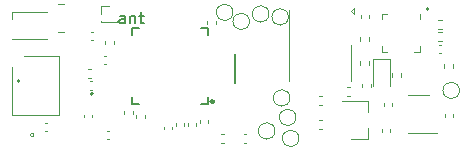
<source format=gbr>
G04 #@! TF.GenerationSoftware,KiCad,Pcbnew,(6.0.4)*
G04 #@! TF.CreationDate,2022-04-30T14:08:03+02:00*
G04 #@! TF.ProjectId,nRF52832_qfaa,6e524635-3238-4333-925f-716661612e6b,rev?*
G04 #@! TF.SameCoordinates,Original*
G04 #@! TF.FileFunction,Legend,Top*
G04 #@! TF.FilePolarity,Positive*
%FSLAX45Y45*%
G04 Gerber Fmt 4.5, Leading zero omitted, Abs format (unit mm)*
G04 Created by KiCad (PCBNEW (6.0.4)) date 2022-04-30 14:08:03*
%MOMM*%
%LPD*%
G01*
G04 APERTURE LIST*
%ADD10C,0.120000*%
%ADD11C,0.150000*%
%ADD12C,0.200000*%
%ADD13C,0.127000*%
%ADD14C,0.254000*%
G04 APERTURE END LIST*
D10*
X6126480Y-3020060D02*
X6126480Y-2969260D01*
X3413940Y-4048760D02*
G75*
G03*
X3413940Y-4048760I-17961J0D01*
G01*
X6101080Y-2994660D02*
X6126480Y-3020060D01*
X3294380Y-3591560D02*
G75*
G03*
X3294380Y-3591560I-12700J0D01*
G01*
X6761480Y-2981960D02*
G75*
G03*
X6761480Y-2981960I-12700J0D01*
G01*
X6126480Y-2969260D02*
X6101080Y-2994660D01*
D11*
X4181799Y-3103398D02*
X4181799Y-3051017D01*
X4177037Y-3041493D01*
X4167513Y-3036731D01*
X4148466Y-3036731D01*
X4138942Y-3041493D01*
X4181799Y-3098636D02*
X4172275Y-3103398D01*
X4148466Y-3103398D01*
X4138942Y-3098636D01*
X4134180Y-3089112D01*
X4134180Y-3079588D01*
X4138942Y-3070065D01*
X4148466Y-3065303D01*
X4172275Y-3065303D01*
X4181799Y-3060541D01*
X4229418Y-3036731D02*
X4229418Y-3103398D01*
X4229418Y-3046255D02*
X4234180Y-3041493D01*
X4243704Y-3036731D01*
X4257990Y-3036731D01*
X4267513Y-3041493D01*
X4272275Y-3051017D01*
X4272275Y-3103398D01*
X4305609Y-3036731D02*
X4343704Y-3036731D01*
X4319894Y-3003398D02*
X4319894Y-3089112D01*
X4324656Y-3098636D01*
X4334180Y-3103398D01*
X4343704Y-3103398D01*
D12*
X3914488Y-3699260D02*
G75*
G03*
X3914488Y-3699260I-10000J0D01*
G01*
D10*
X4019984Y-3274944D02*
X4019984Y-3253376D01*
X4091984Y-3274944D02*
X4091984Y-3253376D01*
X4051268Y-4012760D02*
X4029700Y-4012760D01*
X4051268Y-4084760D02*
X4029700Y-4084760D01*
X3908088Y-3875676D02*
X3908088Y-3897244D01*
X3836088Y-3875676D02*
X3836088Y-3897244D01*
X4004300Y-3377760D02*
X4025868Y-3377760D01*
X4004300Y-3449760D02*
X4025868Y-3449760D01*
X4892084Y-3942444D02*
X4892084Y-3920876D01*
X4820084Y-3942444D02*
X4820084Y-3920876D01*
X4883584Y-3107044D02*
X4883584Y-3085476D01*
X4955584Y-3107044D02*
X4955584Y-3085476D01*
X4250988Y-3847476D02*
X4250988Y-3869044D01*
X4178988Y-3847476D02*
X4178988Y-3869044D01*
X3895572Y-3564060D02*
X3874004Y-3564060D01*
X3895572Y-3492060D02*
X3874004Y-3492060D01*
X3908272Y-3593660D02*
X3886704Y-3593660D01*
X3908272Y-3665660D02*
X3886704Y-3665660D01*
X4790484Y-3949076D02*
X4790484Y-3970644D01*
X4718484Y-3949076D02*
X4718484Y-3970644D01*
X4616884Y-3949076D02*
X4616884Y-3970644D01*
X4688884Y-3949076D02*
X4688884Y-3970644D01*
X5022204Y-4039796D02*
X5000636Y-4039796D01*
X5022204Y-4111796D02*
X5000636Y-4111796D01*
X5191136Y-4039796D02*
X5212704Y-4039796D01*
X5191136Y-4111796D02*
X5212704Y-4111796D01*
X3232184Y-3002596D02*
X3522184Y-3002596D01*
X3232184Y-3062596D02*
X3232184Y-3002596D01*
X3232184Y-3232596D02*
X3522184Y-3232596D01*
X3618884Y-3172096D02*
X3668884Y-3172096D01*
X3618884Y-2936096D02*
X3668884Y-2936096D01*
X6264080Y-3640444D02*
X6264080Y-3618876D01*
X6192080Y-3640444D02*
X6192080Y-3618876D01*
X6086464Y-3716460D02*
X6064896Y-3716460D01*
X6086464Y-3644460D02*
X6064896Y-3644460D01*
X3506100Y-3945196D02*
X3527668Y-3945196D01*
X3506100Y-4017196D02*
X3527668Y-4017196D01*
X5851768Y-3720660D02*
X5830200Y-3720660D01*
X5851768Y-3792660D02*
X5830200Y-3792660D01*
X6582580Y-4031960D02*
X6827580Y-4031960D01*
X6762580Y-3709960D02*
X6582580Y-3709960D01*
X6359580Y-3293960D02*
X6359580Y-3341460D01*
X6359580Y-3066960D02*
X6359580Y-3019460D01*
X6681580Y-3293960D02*
X6681580Y-3341460D01*
X6681580Y-3341460D02*
X6634080Y-3341460D01*
X6359580Y-3019460D02*
X6407080Y-3019460D01*
X6359580Y-3341460D02*
X6407080Y-3341460D01*
X6681580Y-3066960D02*
X6681580Y-3019460D01*
X6865744Y-3252460D02*
X6835016Y-3252460D01*
X6865744Y-3176460D02*
X6835016Y-3176460D01*
X5856348Y-3921860D02*
X5825620Y-3921860D01*
X5856348Y-3997860D02*
X5825620Y-3997860D01*
X6251380Y-3034676D02*
X6251380Y-3056244D01*
X6179380Y-3034676D02*
X6179380Y-3056244D01*
X6962580Y-3894444D02*
X6962580Y-3872876D01*
X6890580Y-3894444D02*
X6890580Y-3872876D01*
X6444080Y-3525396D02*
X6444080Y-3556124D01*
X6520080Y-3525396D02*
X6520080Y-3556124D01*
X6177380Y-3423796D02*
X6177380Y-3454524D01*
X6253380Y-3423796D02*
X6253380Y-3454524D01*
X6865744Y-3150860D02*
X6835016Y-3150860D01*
X6865744Y-3074860D02*
X6835016Y-3074860D01*
X6253380Y-3220396D02*
X6253380Y-3251124D01*
X6177380Y-3220396D02*
X6177380Y-3251124D01*
X6428580Y-3633460D02*
X6428580Y-3404960D01*
X6281580Y-3404960D02*
X6281580Y-3633460D01*
X6428580Y-3404960D02*
X6281580Y-3404960D01*
X6240580Y-3763760D02*
X6024580Y-3763760D01*
X6240580Y-4079760D02*
X6094580Y-4079760D01*
X6240580Y-4079760D02*
X6240580Y-3986760D01*
X6240580Y-3763760D02*
X6240580Y-3856760D01*
D13*
X4245584Y-3144560D02*
X4245584Y-3204560D01*
X4245584Y-3724560D02*
X4245584Y-3784560D01*
X4885584Y-3204560D02*
X4885584Y-3144560D01*
X4245584Y-3784560D02*
X4305584Y-3784560D01*
X4885584Y-3784560D02*
X4885584Y-3724560D01*
X4825584Y-3784560D02*
X4885584Y-3784560D01*
X4885584Y-3144560D02*
X4825584Y-3144560D01*
X4305584Y-3144560D02*
X4245584Y-3144560D01*
D14*
X4938284Y-3764560D02*
G75*
G03*
X4938284Y-3764560I-12700J0D01*
G01*
D10*
X3627984Y-3375596D02*
X3627984Y-3875596D01*
X3227984Y-3875596D02*
X3227984Y-3475596D01*
X3327984Y-3375596D02*
X3627984Y-3375596D01*
X3627984Y-3875596D02*
X3227984Y-3875596D01*
X5573380Y-2986760D02*
X5573380Y-3586760D01*
X6095380Y-3286760D02*
X6095380Y-3586760D01*
X6861164Y-3284060D02*
X6839596Y-3284060D01*
X6861164Y-3356060D02*
X6839596Y-3356060D01*
X6964580Y-3449196D02*
X6964580Y-3479924D01*
X6888580Y-3449196D02*
X6888580Y-3479924D01*
X6357180Y-3999876D02*
X6357180Y-4021444D01*
X6429180Y-3999876D02*
X6429180Y-4021444D01*
X4587284Y-3977016D02*
X4587284Y-3998584D01*
X4515284Y-3977016D02*
X4515284Y-3998584D01*
X3895600Y-3246560D02*
X3917168Y-3246560D01*
X3895600Y-3174560D02*
X3917168Y-3174560D01*
D12*
X5116784Y-3365896D02*
X5116784Y-3605896D01*
D10*
X4112128Y-3091100D02*
X4120800Y-3091100D01*
X3981800Y-3091100D02*
X4120800Y-3091100D01*
X3981800Y-2954100D02*
X4051300Y-2954100D01*
X4120800Y-3091100D02*
X4120800Y-3078600D01*
X3981800Y-3022600D02*
X3981800Y-2954100D01*
X3981800Y-3091100D02*
X3981800Y-3078600D01*
X3981800Y-3091100D02*
X3990472Y-3091100D01*
X5581800Y-3733800D02*
G75*
G03*
X5581800Y-3733800I-70000J0D01*
G01*
X4354588Y-3876932D02*
X4354588Y-3907660D01*
X4278588Y-3876932D02*
X4278588Y-3907660D01*
X7016900Y-3670300D02*
G75*
G03*
X7016900Y-3670300I-70000J0D01*
G01*
X6376484Y-3779912D02*
X6376484Y-3801480D01*
X6448484Y-3779912D02*
X6448484Y-3801480D01*
X5404000Y-3022600D02*
G75*
G03*
X5404000Y-3022600I-70000J0D01*
G01*
X5454800Y-4013200D02*
G75*
G03*
X5454800Y-4013200I-70000J0D01*
G01*
X5658000Y-4076700D02*
G75*
G03*
X5658000Y-4076700I-70000J0D01*
G01*
X5569100Y-3048000D02*
G75*
G03*
X5569100Y-3048000I-70000J0D01*
G01*
X5099200Y-3009900D02*
G75*
G03*
X5099200Y-3009900I-70000J0D01*
G01*
X5632600Y-3898900D02*
G75*
G03*
X5632600Y-3898900I-70000J0D01*
G01*
X5238900Y-3086100D02*
G75*
G03*
X5238900Y-3086100I-70000J0D01*
G01*
M02*

</source>
